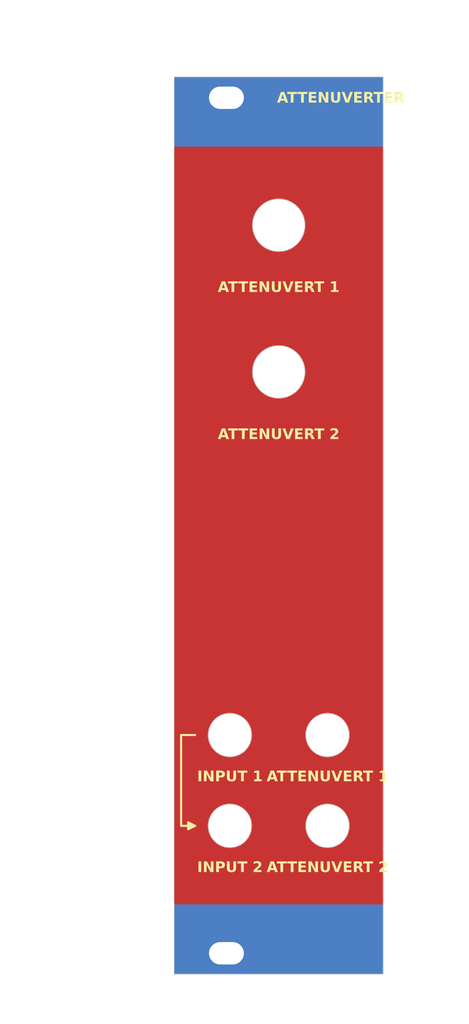
<source format=kicad_pcb>
(kicad_pcb (version 20240108) (generator "pcbnew") (generator_version "8.0")
  (layers (0 "F.Cu" signal) (31 "B.Cu" signal) (34 "B.Paste" user) (35 "F.Paste" user) (36 "B.SilkS" user "B.Silkscreen") (37 "F.SilkS" user "F.Silkscreen") (38 "B.Mask" user) (39 "F.Mask" user) (44 "Edge.Cuts" user))
  (net 0 "")
  (net 1 "GND")
  (footprint "BYOM_General:plated_rack_hole" (layer "F.Cu") (at 123.5 152.25)
    (property "Reference" "H2" (hide yes))
    (property "Value" "MountingHole_Pad")
    (pad "1" thru_hole oval (at 0 0) (size 6 4.2) (drill oval 5 3.2) (layers "*.Cu" "*.Mask") (net 1 "GND"))
  )
  (footprint "BYOM_General:plated_rack_hole" (layer "F.Cu") (at 123.5 29.75)
    (property "Reference" "H1" (hide yes))
    (property "Value" "MountingHole_Pad")
    (pad "1" thru_hole oval (at 0 0) (size 6 4.2) (drill oval 5 3.2) (layers "*.Cu" "*.Mask") (net 1 "GND"))
  )
  (gr_line (start 117 121) (end 117 134) (stroke (width 0.3)) (layer "F.SilkS"))
  (gr_line (start 119 121) (end 117 121) (stroke (width 0.3)) (layer "F.SilkS"))
  (gr_line (start 117 134) (end 119 134) (stroke (width 0.3)) (layer "F.SilkS"))
  (gr_poly (pts (xy 119 134) (xy 118 133.5) (xy 118 134.5)) (stroke (width 0.3)) (fill solid) (layer "F.SilkS"))
  (gr_circle (center 138 121) (end 141.1 121) (stroke (width 0.1)) (fill none) (layer "Edge.Cuts"))
  (gr_circle (center 124 121) (end 127.1 121) (stroke (width 0.1)) (fill none) (layer "Edge.Cuts"))
  (gr_circle (center 138 134) (end 141.1 134) (stroke (width 0.1)) (fill none) (layer "Edge.Cuts"))
  (gr_line (start 116 26.75) (end 146 26.75) (stroke (width 0.05)) (layer "Edge.Cuts"))
  (gr_line (start 146 155.25) (end 116 155.25) (stroke (width 0.05)) (layer "Edge.Cuts"))
  (gr_line (start 116 155.25) (end 116 26.75) (stroke (width 0.05)) (layer "Edge.Cuts"))
  (gr_line (start 146 26.75) (end 146 155.25) (stroke (width 0.05)) (layer "Edge.Cuts"))
  (gr_circle (center 131 69) (end 134.75 69) (stroke (width 0.1)) (fill none) (layer "Edge.Cuts"))
  (gr_circle (center 131 48) (end 134.75 48) (stroke (width 0.1)) (fill none) (layer "Edge.Cuts"))
  (gr_circle (center 124 134) (end 127.1 134) (stroke (width 0.1)) (fill none) (layer "Edge.Cuts"))
  (gr_text "INPUT 1" (at 124 127 0) (layer "F.SilkS") (effects (font (size 1.5 1.5) (thickness 0.15) (bold yes))))
  (gr_text "ATTENUVERT 2" (at 138 140 0) (layer "F.SilkS") (effects (font (size 1.5 1.5) (thickness 0.15) (bold yes))))
  (gr_text "INPUT 2" (at 124 140 0) (layer "F.SilkS") (effects (font (size 1.5 1.5) (thickness 0.15) (bold yes))))
  (gr_text "ATTENUVERT 1" (at 138 127 0) (layer "F.SilkS") (effects (font (size 1.5 1.5) (thickness 0.15) (bold yes))))
  (gr_text "ATTENUVERT 1" (at 130.99 56.94 0) (layer "F.SilkS") (effects (font (size 1.5 1.5) (thickness 0.15) (bold yes))))
  (gr_text "ATTENUVERT 2" (at 131 78 0) (layer "F.SilkS") (effects (font (size 1.5 1.5) (thickness 0.15) (bold yes))))
  (gr_text "ATTENUVERTER" (at 130.75 30.7 0) (layer "F.SilkS") (effects (font (size 1.5 1.5) (thickness 0.15) (bold yes)) (justify left bottom)))
  (zone (net 1) (net_name "GND") (layer "F.Cu") (connect_pads yes (clearance 0.508)) (min_thickness 0.25) (fill yes (thermal_gap 0.5) (thermal_bridge_width 0.5) (island_removal_mode 1) (island_area_min 10))
    (polygon (pts (xy 115 26) (xy 115.5 155.5) (xy 146.5 155.5) (xy 146.5 26)))
  )
  (zone (net 1) (net_name "GND") (layer "B.Cu") (priority 2) (connect_pads yes (clearance 0.508)) (min_thickness 0.25) (fill yes (thermal_gap 0.5) (thermal_bridge_width 0.5) (island_removal_mode 1) (island_area_min 10))
    (polygon (pts (xy 115.5 145.25) (xy 115.5 155.5) (xy 146.5 155.5) (xy 146.5 145.25)))
  )
  (zone (net 1) (net_name "GND") (layer "B.Cu") (priority 1) (connect_pads yes (clearance 0.508)) (min_thickness 0.25) (fill yes (thermal_gap 0.5) (thermal_bridge_width 0.5) (island_removal_mode 1) (island_area_min 10))
    (polygon (pts (xy 115 26) (xy 115 36.75) (xy 146.5 36.75) (xy 146.5 26)))
  )
)
</source>
